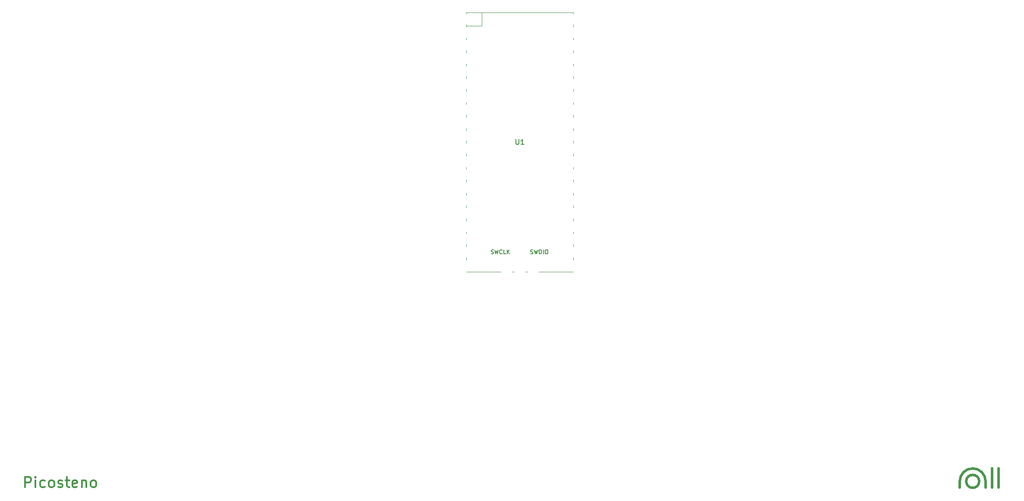
<source format=gto>
G04 #@! TF.GenerationSoftware,KiCad,Pcbnew,(6.0.4)*
G04 #@! TF.CreationDate,2023-01-17T23:17:44-05:00*
G04 #@! TF.ProjectId,PicoSteno-v1.1.0,5069636f-5374-4656-9e6f-2d76312e312e,rev?*
G04 #@! TF.SameCoordinates,Original*
G04 #@! TF.FileFunction,Legend,Top*
G04 #@! TF.FilePolarity,Positive*
%FSLAX46Y46*%
G04 Gerber Fmt 4.6, Leading zero omitted, Abs format (unit mm)*
G04 Created by KiCad (PCBNEW (6.0.4)) date 2023-01-17 23:17:44*
%MOMM*%
%LPD*%
G01*
G04 APERTURE LIST*
%ADD10C,0.508000*%
%ADD11C,0.304800*%
%ADD12C,0.150000*%
%ADD13C,0.120000*%
%ADD14C,2.000000*%
%ADD15O,1.500000X1.500000*%
%ADD16O,1.800000X1.800000*%
%ADD17R,3.500000X1.700000*%
%ADD18O,1.700000X1.700000*%
%ADD19R,1.700000X1.700000*%
%ADD20R,1.700000X3.500000*%
%ADD21C,6.350000*%
%ADD22C,3.200000*%
%ADD23C,1.900000*%
%ADD24C,2.100000*%
G04 APERTURE END LIST*
D10*
X242570000Y-144780000D02*
G75*
G03*
X242570000Y-144780000I-1270000J0D01*
G01*
X243840000Y-144780000D02*
G75*
G03*
X241300000Y-142240000I-2540000J0D01*
G01*
X246380000Y-146050000D02*
X246380000Y-142240000D01*
X243840000Y-144780000D02*
X243840000Y-146050000D01*
X245110000Y-146050000D02*
X245110000Y-142240000D01*
X238760000Y-144780000D02*
X238760000Y-146050000D01*
X241300000Y-142240000D02*
G75*
G03*
X238760000Y-144780000I0J-2540000D01*
G01*
D11*
X55311523Y-145953238D02*
X55311523Y-143921238D01*
X56085619Y-143921238D01*
X56279142Y-144018000D01*
X56375904Y-144114761D01*
X56472666Y-144308285D01*
X56472666Y-144598571D01*
X56375904Y-144792095D01*
X56279142Y-144888857D01*
X56085619Y-144985619D01*
X55311523Y-144985619D01*
X57343523Y-145953238D02*
X57343523Y-144598571D01*
X57343523Y-143921238D02*
X57246761Y-144018000D01*
X57343523Y-144114761D01*
X57440285Y-144018000D01*
X57343523Y-143921238D01*
X57343523Y-144114761D01*
X59182000Y-145856476D02*
X58988476Y-145953238D01*
X58601428Y-145953238D01*
X58407904Y-145856476D01*
X58311142Y-145759714D01*
X58214380Y-145566190D01*
X58214380Y-144985619D01*
X58311142Y-144792095D01*
X58407904Y-144695333D01*
X58601428Y-144598571D01*
X58988476Y-144598571D01*
X59182000Y-144695333D01*
X60343142Y-145953238D02*
X60149619Y-145856476D01*
X60052857Y-145759714D01*
X59956095Y-145566190D01*
X59956095Y-144985619D01*
X60052857Y-144792095D01*
X60149619Y-144695333D01*
X60343142Y-144598571D01*
X60633428Y-144598571D01*
X60826952Y-144695333D01*
X60923714Y-144792095D01*
X61020476Y-144985619D01*
X61020476Y-145566190D01*
X60923714Y-145759714D01*
X60826952Y-145856476D01*
X60633428Y-145953238D01*
X60343142Y-145953238D01*
X61794571Y-145856476D02*
X61988095Y-145953238D01*
X62375142Y-145953238D01*
X62568666Y-145856476D01*
X62665428Y-145662952D01*
X62665428Y-145566190D01*
X62568666Y-145372666D01*
X62375142Y-145275904D01*
X62084857Y-145275904D01*
X61891333Y-145179142D01*
X61794571Y-144985619D01*
X61794571Y-144888857D01*
X61891333Y-144695333D01*
X62084857Y-144598571D01*
X62375142Y-144598571D01*
X62568666Y-144695333D01*
X63246000Y-144598571D02*
X64020095Y-144598571D01*
X63536285Y-143921238D02*
X63536285Y-145662952D01*
X63633047Y-145856476D01*
X63826571Y-145953238D01*
X64020095Y-145953238D01*
X65471523Y-145856476D02*
X65278000Y-145953238D01*
X64890952Y-145953238D01*
X64697428Y-145856476D01*
X64600666Y-145662952D01*
X64600666Y-144888857D01*
X64697428Y-144695333D01*
X64890952Y-144598571D01*
X65278000Y-144598571D01*
X65471523Y-144695333D01*
X65568285Y-144888857D01*
X65568285Y-145082380D01*
X64600666Y-145275904D01*
X66439142Y-144598571D02*
X66439142Y-145953238D01*
X66439142Y-144792095D02*
X66535904Y-144695333D01*
X66729428Y-144598571D01*
X67019714Y-144598571D01*
X67213238Y-144695333D01*
X67310000Y-144888857D01*
X67310000Y-145953238D01*
X68567904Y-145953238D02*
X68374380Y-145856476D01*
X68277619Y-145759714D01*
X68180857Y-145566190D01*
X68180857Y-144985619D01*
X68277619Y-144792095D01*
X68374380Y-144695333D01*
X68567904Y-144598571D01*
X68858190Y-144598571D01*
X69051714Y-144695333D01*
X69148476Y-144792095D01*
X69245238Y-144985619D01*
X69245238Y-145566190D01*
X69148476Y-145759714D01*
X69051714Y-145856476D01*
X68858190Y-145953238D01*
X68567904Y-145953238D01*
D12*
X151638095Y-77557380D02*
X151638095Y-78366904D01*
X151685714Y-78462142D01*
X151733333Y-78509761D01*
X151828571Y-78557380D01*
X152019047Y-78557380D01*
X152114285Y-78509761D01*
X152161904Y-78462142D01*
X152209523Y-78366904D01*
X152209523Y-77557380D01*
X153209523Y-78557380D02*
X152638095Y-78557380D01*
X152923809Y-78557380D02*
X152923809Y-77557380D01*
X152828571Y-77700238D01*
X152733333Y-77795476D01*
X152638095Y-77843095D01*
X154514761Y-100018809D02*
X154629047Y-100056904D01*
X154819523Y-100056904D01*
X154895714Y-100018809D01*
X154933809Y-99980714D01*
X154971904Y-99904523D01*
X154971904Y-99828333D01*
X154933809Y-99752142D01*
X154895714Y-99714047D01*
X154819523Y-99675952D01*
X154667142Y-99637857D01*
X154590952Y-99599761D01*
X154552857Y-99561666D01*
X154514761Y-99485476D01*
X154514761Y-99409285D01*
X154552857Y-99333095D01*
X154590952Y-99295000D01*
X154667142Y-99256904D01*
X154857619Y-99256904D01*
X154971904Y-99295000D01*
X155238571Y-99256904D02*
X155429047Y-100056904D01*
X155581428Y-99485476D01*
X155733809Y-100056904D01*
X155924285Y-99256904D01*
X156229047Y-100056904D02*
X156229047Y-99256904D01*
X156419523Y-99256904D01*
X156533809Y-99295000D01*
X156610000Y-99371190D01*
X156648095Y-99447380D01*
X156686190Y-99599761D01*
X156686190Y-99714047D01*
X156648095Y-99866428D01*
X156610000Y-99942619D01*
X156533809Y-100018809D01*
X156419523Y-100056904D01*
X156229047Y-100056904D01*
X157029047Y-100056904D02*
X157029047Y-99256904D01*
X157562380Y-99256904D02*
X157714761Y-99256904D01*
X157790952Y-99295000D01*
X157867142Y-99371190D01*
X157905238Y-99523571D01*
X157905238Y-99790238D01*
X157867142Y-99942619D01*
X157790952Y-100018809D01*
X157714761Y-100056904D01*
X157562380Y-100056904D01*
X157486190Y-100018809D01*
X157410000Y-99942619D01*
X157371904Y-99790238D01*
X157371904Y-99523571D01*
X157410000Y-99371190D01*
X157486190Y-99295000D01*
X157562380Y-99256904D01*
X146780476Y-100018809D02*
X146894761Y-100056904D01*
X147085238Y-100056904D01*
X147161428Y-100018809D01*
X147199523Y-99980714D01*
X147237619Y-99904523D01*
X147237619Y-99828333D01*
X147199523Y-99752142D01*
X147161428Y-99714047D01*
X147085238Y-99675952D01*
X146932857Y-99637857D01*
X146856666Y-99599761D01*
X146818571Y-99561666D01*
X146780476Y-99485476D01*
X146780476Y-99409285D01*
X146818571Y-99333095D01*
X146856666Y-99295000D01*
X146932857Y-99256904D01*
X147123333Y-99256904D01*
X147237619Y-99295000D01*
X147504285Y-99256904D02*
X147694761Y-100056904D01*
X147847142Y-99485476D01*
X147999523Y-100056904D01*
X148190000Y-99256904D01*
X148951904Y-99980714D02*
X148913809Y-100018809D01*
X148799523Y-100056904D01*
X148723333Y-100056904D01*
X148609047Y-100018809D01*
X148532857Y-99942619D01*
X148494761Y-99866428D01*
X148456666Y-99714047D01*
X148456666Y-99599761D01*
X148494761Y-99447380D01*
X148532857Y-99371190D01*
X148609047Y-99295000D01*
X148723333Y-99256904D01*
X148799523Y-99256904D01*
X148913809Y-99295000D01*
X148951904Y-99333095D01*
X149675714Y-100056904D02*
X149294761Y-100056904D01*
X149294761Y-99256904D01*
X149942380Y-100056904D02*
X149942380Y-99256904D01*
X150399523Y-100056904D02*
X150056666Y-99599761D01*
X150399523Y-99256904D02*
X149942380Y-99714047D01*
D13*
X162900000Y-70305000D02*
X162900000Y-70705000D01*
X162900000Y-72805000D02*
X162900000Y-73205000D01*
X144907000Y-55272000D02*
X144907000Y-52605000D01*
X141900000Y-80405000D02*
X141900000Y-80805000D01*
X153500000Y-103605000D02*
X153900000Y-103605000D01*
X162900000Y-60105000D02*
X162900000Y-60505000D01*
X141900000Y-52605000D02*
X141900000Y-52905000D01*
X162900000Y-75405000D02*
X162900000Y-75805000D01*
X141900000Y-95705000D02*
X141900000Y-96105000D01*
X141900000Y-62705000D02*
X141900000Y-63105000D01*
X141900000Y-60105000D02*
X141900000Y-60505000D01*
X141900000Y-52605000D02*
X162900000Y-52605000D01*
X150900000Y-103605000D02*
X151300000Y-103605000D01*
X141900000Y-98205000D02*
X141900000Y-98605000D01*
X141900000Y-75405000D02*
X141900000Y-75805000D01*
X141900000Y-85505000D02*
X141900000Y-85905000D01*
X162900000Y-65205000D02*
X162900000Y-65605000D01*
X148700000Y-103605000D02*
X141900000Y-103605000D01*
X141900000Y-77905000D02*
X141900000Y-78305000D01*
X141900000Y-70305000D02*
X141900000Y-70705000D01*
X162900000Y-52605000D02*
X162900000Y-52905000D01*
X162900000Y-100805000D02*
X162900000Y-101205000D01*
X162900000Y-62705000D02*
X162900000Y-63105000D01*
X162900000Y-57605000D02*
X162900000Y-58005000D01*
X162900000Y-80405000D02*
X162900000Y-80805000D01*
X162900000Y-103605000D02*
X156100000Y-103605000D01*
X162900000Y-93205000D02*
X162900000Y-93605000D01*
X162900000Y-67705000D02*
X162900000Y-68105000D01*
X162900000Y-98205000D02*
X162900000Y-98605000D01*
X141900000Y-55005000D02*
X141900000Y-55405000D01*
X141900000Y-67705000D02*
X141900000Y-68105000D01*
X162900000Y-88105000D02*
X162900000Y-88505000D01*
X141900000Y-83005000D02*
X141900000Y-83405000D01*
X162900000Y-77905000D02*
X162900000Y-78305000D01*
X141900000Y-57605000D02*
X141900000Y-58005000D01*
X141900000Y-65205000D02*
X141900000Y-65605000D01*
X141900000Y-55272000D02*
X144907000Y-55272000D01*
X141900000Y-72805000D02*
X141900000Y-73205000D01*
X141900000Y-88105000D02*
X141900000Y-88505000D01*
X141900000Y-90605000D02*
X141900000Y-91005000D01*
X162900000Y-95705000D02*
X162900000Y-96105000D01*
X141900000Y-100805000D02*
X141900000Y-101205000D01*
X141900000Y-93205000D02*
X141900000Y-93605000D01*
X162900000Y-55005000D02*
X162900000Y-55405000D01*
X162900000Y-83005000D02*
X162900000Y-83405000D01*
X162900000Y-85505000D02*
X162900000Y-85905000D01*
X162900000Y-90605000D02*
X162900000Y-91005000D01*
%LPC*%
D14*
X155650000Y-111470000D03*
X149150000Y-111470000D03*
X149150000Y-106970000D03*
X155650000Y-106970000D03*
D15*
X149975000Y-57135000D03*
D16*
X149675000Y-54105000D03*
X155125000Y-54105000D03*
D15*
X154825000Y-57135000D03*
D17*
X142610000Y-53975000D03*
D18*
X143510000Y-53975000D03*
X143510000Y-56515000D03*
D17*
X142610000Y-56515000D03*
D19*
X143510000Y-59055000D03*
D17*
X142610000Y-59055000D03*
X142610000Y-61595000D03*
D18*
X143510000Y-61595000D03*
D17*
X142610000Y-64135000D03*
D18*
X143510000Y-64135000D03*
D17*
X142610000Y-66675000D03*
D18*
X143510000Y-66675000D03*
D17*
X142610000Y-69215000D03*
D18*
X143510000Y-69215000D03*
D17*
X142610000Y-71755000D03*
D19*
X143510000Y-71755000D03*
D17*
X142610000Y-74295000D03*
D18*
X143510000Y-74295000D03*
X143510000Y-76835000D03*
D17*
X142610000Y-76835000D03*
X142610000Y-79375000D03*
D18*
X143510000Y-79375000D03*
X143510000Y-81915000D03*
D17*
X142610000Y-81915000D03*
X142610000Y-84455000D03*
D19*
X143510000Y-84455000D03*
D17*
X142610000Y-86995000D03*
D18*
X143510000Y-86995000D03*
D17*
X142610000Y-89535000D03*
D18*
X143510000Y-89535000D03*
D17*
X142610000Y-92075000D03*
D18*
X143510000Y-92075000D03*
X143510000Y-94615000D03*
D17*
X142610000Y-94615000D03*
X142610000Y-97155000D03*
D19*
X143510000Y-97155000D03*
D18*
X143510000Y-99695000D03*
D17*
X142610000Y-99695000D03*
D18*
X143510000Y-102235000D03*
D17*
X142610000Y-102235000D03*
D18*
X161290000Y-102235000D03*
D17*
X162190000Y-102235000D03*
D18*
X161290000Y-99695000D03*
D17*
X162190000Y-99695000D03*
X162190000Y-97155000D03*
D19*
X161290000Y-97155000D03*
D18*
X161290000Y-94615000D03*
D17*
X162190000Y-94615000D03*
X162190000Y-92075000D03*
D18*
X161290000Y-92075000D03*
X161290000Y-89535000D03*
D17*
X162190000Y-89535000D03*
D18*
X161290000Y-86995000D03*
D17*
X162190000Y-86995000D03*
D19*
X161290000Y-84455000D03*
D17*
X162190000Y-84455000D03*
D18*
X161290000Y-81915000D03*
D17*
X162190000Y-81915000D03*
D18*
X161290000Y-79375000D03*
D17*
X162190000Y-79375000D03*
X162190000Y-76835000D03*
D18*
X161290000Y-76835000D03*
X161290000Y-74295000D03*
D17*
X162190000Y-74295000D03*
X162190000Y-71755000D03*
D19*
X161290000Y-71755000D03*
D17*
X162190000Y-69215000D03*
D18*
X161290000Y-69215000D03*
X161290000Y-66675000D03*
D17*
X162190000Y-66675000D03*
X162190000Y-64135000D03*
D18*
X161290000Y-64135000D03*
X161290000Y-61595000D03*
D17*
X162190000Y-61595000D03*
X162190000Y-59055000D03*
D19*
X161290000Y-59055000D03*
D17*
X162190000Y-56515000D03*
D18*
X161290000Y-56515000D03*
D17*
X162190000Y-53975000D03*
D18*
X161290000Y-53975000D03*
X149860000Y-102005000D03*
D20*
X149860000Y-102905000D03*
D19*
X152400000Y-102005000D03*
D20*
X152400000Y-102905000D03*
D18*
X154940000Y-102005000D03*
D20*
X154940000Y-102905000D03*
D21*
X127000000Y-57150000D03*
X83820000Y-146050000D03*
X264160000Y-57150000D03*
X177800000Y-57150000D03*
X220980000Y-146050000D03*
X152400000Y-146050000D03*
X264160000Y-146050000D03*
X40640000Y-146050000D03*
X40640000Y-57150000D03*
D22*
X239649000Y-70612000D03*
D23*
X234349000Y-70612000D03*
X244949000Y-70612000D03*
D24*
X234649000Y-74412000D03*
X239649000Y-76512000D03*
D23*
X95919000Y-70612000D03*
X106519000Y-70612000D03*
D22*
X101219000Y-70612000D03*
D24*
X96219000Y-74412000D03*
X101219000Y-76512000D03*
D23*
X68868000Y-87630000D03*
D22*
X74168000Y-87630000D03*
D23*
X79468000Y-87630000D03*
D24*
X69168000Y-91430000D03*
X74168000Y-93530000D03*
D23*
X104936000Y-87630000D03*
X115536000Y-87630000D03*
D22*
X110236000Y-87630000D03*
D24*
X105236000Y-91430000D03*
X110236000Y-93530000D03*
D23*
X97502000Y-87630000D03*
X86902000Y-87630000D03*
D22*
X92202000Y-87630000D03*
D24*
X87202000Y-91430000D03*
X92202000Y-93530000D03*
D23*
X50834000Y-87630000D03*
X61434000Y-87630000D03*
D22*
X56134000Y-87630000D03*
D24*
X51134000Y-91430000D03*
X56134000Y-93530000D03*
D23*
X217898000Y-104648000D03*
X207298000Y-104648000D03*
D22*
X212598000Y-104648000D03*
D24*
X207598000Y-108448000D03*
X212598000Y-110548000D03*
D22*
X230632000Y-104648000D03*
D23*
X225332000Y-104648000D03*
X235932000Y-104648000D03*
D24*
X225632000Y-108448000D03*
X230632000Y-110548000D03*
D23*
X253966000Y-104648000D03*
D22*
X248666000Y-104648000D03*
D23*
X243366000Y-104648000D03*
D24*
X243666000Y-108448000D03*
X248666000Y-110548000D03*
D23*
X272000000Y-104648000D03*
D22*
X266700000Y-104648000D03*
D23*
X261400000Y-104648000D03*
D24*
X261700000Y-108448000D03*
X266700000Y-110548000D03*
D23*
X79468000Y-104648000D03*
D22*
X74168000Y-104648000D03*
D23*
X68868000Y-104648000D03*
D24*
X69168000Y-108448000D03*
X74168000Y-110548000D03*
D23*
X104936000Y-104648000D03*
D22*
X110236000Y-104648000D03*
D23*
X115536000Y-104648000D03*
D24*
X105236000Y-108448000D03*
X110236000Y-110548000D03*
D23*
X199864000Y-104648000D03*
X189264000Y-104648000D03*
D22*
X194564000Y-104648000D03*
D24*
X189564000Y-108448000D03*
X194564000Y-110548000D03*
D23*
X61434000Y-104648000D03*
D22*
X56134000Y-104648000D03*
D23*
X50834000Y-104648000D03*
D24*
X51134000Y-108448000D03*
X56134000Y-110548000D03*
D22*
X92202000Y-104648000D03*
D23*
X86902000Y-104648000D03*
X97502000Y-104648000D03*
D24*
X87202000Y-108448000D03*
X92202000Y-110548000D03*
D23*
X59851000Y-70612000D03*
D22*
X65151000Y-70612000D03*
D23*
X70451000Y-70612000D03*
D24*
X60151000Y-74412000D03*
X65151000Y-76512000D03*
D23*
X198281000Y-70612000D03*
X208881000Y-70612000D03*
D22*
X203581000Y-70612000D03*
D24*
X198581000Y-74412000D03*
X203581000Y-76512000D03*
D23*
X181830000Y-139700000D03*
X171230000Y-139700000D03*
D22*
X176530000Y-139700000D03*
D24*
X171530000Y-143500000D03*
X176530000Y-145600000D03*
D22*
X128270000Y-139700000D03*
D23*
X133570000Y-139700000D03*
X122970000Y-139700000D03*
D24*
X123270000Y-143500000D03*
X128270000Y-145600000D03*
D22*
X110236000Y-139700000D03*
D23*
X115536000Y-139700000D03*
X104936000Y-139700000D03*
D24*
X105236000Y-143500000D03*
X110236000Y-145600000D03*
D23*
X199864000Y-139700000D03*
D22*
X194564000Y-139700000D03*
D23*
X189264000Y-139700000D03*
D24*
X189564000Y-143500000D03*
X194564000Y-145600000D03*
D23*
X243366000Y-87630000D03*
X253966000Y-87630000D03*
D22*
X248666000Y-87630000D03*
D24*
X243666000Y-91430000D03*
X248666000Y-93530000D03*
D23*
X261400000Y-87630000D03*
D22*
X266700000Y-87630000D03*
D23*
X272000000Y-87630000D03*
D24*
X261700000Y-91430000D03*
X266700000Y-93530000D03*
D23*
X127762000Y-101439000D03*
X127762000Y-90839000D03*
D22*
X127762000Y-96139000D03*
D24*
X123962000Y-91139000D03*
X121862000Y-96139000D03*
D23*
X177038000Y-90839000D03*
X177038000Y-101439000D03*
D22*
X177038000Y-96139000D03*
D24*
X180838000Y-101139000D03*
X182938000Y-96139000D03*
D23*
X199864000Y-87630000D03*
D22*
X194564000Y-87630000D03*
D23*
X189264000Y-87630000D03*
D24*
X189564000Y-91430000D03*
X194564000Y-93530000D03*
D23*
X217898000Y-87630000D03*
X207298000Y-87630000D03*
D22*
X212598000Y-87630000D03*
D24*
X207598000Y-91430000D03*
X212598000Y-93530000D03*
D23*
X235932000Y-87630000D03*
X225332000Y-87630000D03*
D22*
X230632000Y-87630000D03*
D24*
X225632000Y-91430000D03*
X230632000Y-93530000D03*
M02*

</source>
